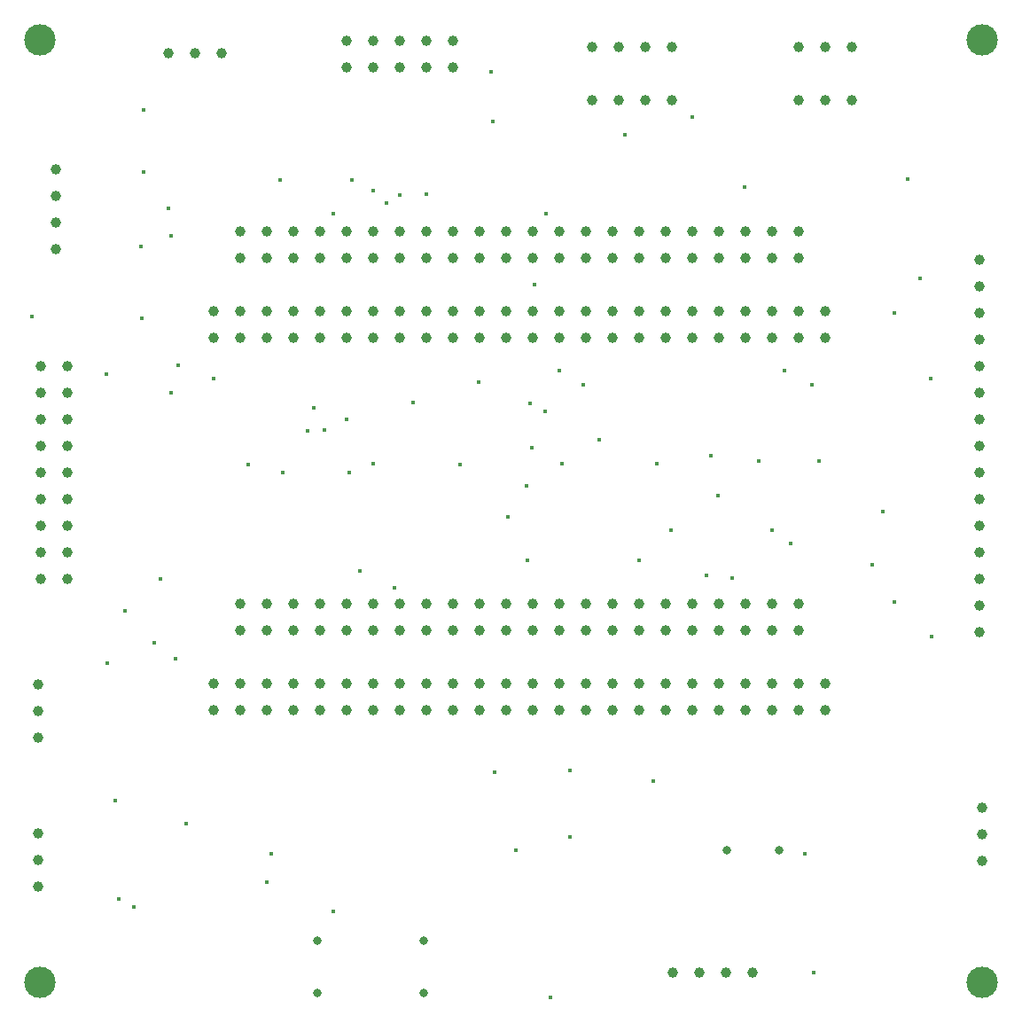
<source format=gbr>
%TF.GenerationSoftware,KiCad,Pcbnew,9.0.0*%
%TF.CreationDate,2025-04-01T14:40:12+08:00*%
%TF.ProjectId,EggClassifier,45676743-6c61-4737-9369-666965722e6b,rev?*%
%TF.SameCoordinates,Original*%
%TF.FileFunction,Plated,1,2,PTH,Drill*%
%TF.FilePolarity,Positive*%
%FSLAX46Y46*%
G04 Gerber Fmt 4.6, Leading zero omitted, Abs format (unit mm)*
G04 Created by KiCad (PCBNEW 9.0.0) date 2025-04-01 14:40:12*
%MOMM*%
%LPD*%
G01*
G04 APERTURE LIST*
%TA.AperFunction,ViaDrill*%
%ADD10C,0.400000*%
%TD*%
%TA.AperFunction,ComponentDrill*%
%ADD11C,0.800000*%
%TD*%
%TA.AperFunction,ComponentDrill*%
%ADD12C,1.000000*%
%TD*%
%TA.AperFunction,ComponentDrill*%
%ADD13C,3.000000*%
%TD*%
G04 APERTURE END LIST*
D10*
X84180500Y-71414900D03*
X91313000Y-76962000D03*
X91440000Y-104521000D03*
X92143900Y-117652000D03*
X92521200Y-127044000D03*
X93091000Y-99568000D03*
X93980600Y-127830000D03*
X94615000Y-64770000D03*
X94742000Y-71628000D03*
X94869000Y-51689000D03*
X94869000Y-57658000D03*
X95885000Y-102616000D03*
X96520000Y-96500000D03*
X97241000Y-61095000D03*
X97536000Y-63754000D03*
X97536000Y-78740000D03*
X97917000Y-104140000D03*
X98171000Y-76073000D03*
X98933000Y-119888000D03*
X101600000Y-77343000D03*
X104902000Y-85598000D03*
X106680000Y-125476000D03*
X107061000Y-122757000D03*
X107950000Y-58420000D03*
X108204000Y-86360000D03*
X110584000Y-82390000D03*
X111125000Y-80137000D03*
X112141000Y-82296000D03*
X113030000Y-61595000D03*
X113030000Y-128270000D03*
X114300000Y-81280000D03*
X114554000Y-86360000D03*
X114808000Y-58401100D03*
X115570000Y-95758000D03*
X116840000Y-59436000D03*
X116840000Y-85471000D03*
X118110000Y-60579000D03*
X118822000Y-97324100D03*
X119385000Y-59804000D03*
X120650000Y-79629000D03*
X121925000Y-59703000D03*
X125095000Y-85598000D03*
X126873000Y-77724000D03*
X128074000Y-48036300D03*
X128270000Y-52832000D03*
X128397000Y-114935000D03*
X129667000Y-90551000D03*
X130457000Y-122400000D03*
X131445000Y-87630000D03*
X131572000Y-94742000D03*
X131826000Y-79743000D03*
X131953000Y-83960000D03*
X132264000Y-68385900D03*
X133223000Y-80505000D03*
X133350000Y-61595000D03*
X133731000Y-136462000D03*
X134620000Y-76581000D03*
X134874000Y-85471000D03*
X135636000Y-114808000D03*
X135636000Y-121158000D03*
X136906000Y-77978000D03*
X138430000Y-83185000D03*
X140843000Y-54102000D03*
X142240000Y-94742000D03*
X143606000Y-115824000D03*
X143891000Y-85471000D03*
X145275000Y-91821000D03*
X147320000Y-52410600D03*
X148684000Y-96139000D03*
X149078000Y-84735000D03*
X149733000Y-88519000D03*
X151130000Y-96393000D03*
X152265365Y-59062635D03*
X153670000Y-85217000D03*
X154940000Y-91821000D03*
X156083000Y-76581000D03*
X156718000Y-93091000D03*
X158075000Y-122757000D03*
X158750000Y-77978000D03*
X158905000Y-134112000D03*
X159385000Y-85217000D03*
X164465000Y-95123000D03*
X165481000Y-90043000D03*
X166624000Y-71120000D03*
X166624000Y-98679000D03*
X167894000Y-58293000D03*
X169060000Y-67778900D03*
X170053000Y-77343000D03*
X170180000Y-101981000D03*
D11*
%TO.C,C4*%
X111506000Y-131036000D03*
X111506000Y-136036000D03*
%TO.C,C3*%
X121666000Y-131036000D03*
X121666000Y-136036000D03*
%TO.C,C1*%
X150622000Y-122400000D03*
X155622000Y-122400000D03*
D12*
%TO.C,J8*%
X84785200Y-106578400D03*
X84785200Y-109118400D03*
X84785200Y-111658400D03*
%TO.C,J11*%
X84785200Y-120802400D03*
X84785200Y-123342400D03*
X84785200Y-125882400D03*
%TO.C,J6*%
X85110000Y-76210000D03*
X85110000Y-78750000D03*
X85110000Y-81290000D03*
X85110000Y-83830000D03*
X85110000Y-86370000D03*
X85110000Y-88910000D03*
X85110000Y-91450000D03*
X85110000Y-93990000D03*
X85110000Y-96530000D03*
%TO.C,J16*%
X86503000Y-57404000D03*
X86503000Y-59944000D03*
X86503000Y-62484000D03*
X86503000Y-65024000D03*
%TO.C,J6*%
X87650000Y-76210000D03*
X87650000Y-78750000D03*
X87650000Y-81290000D03*
X87650000Y-83830000D03*
X87650000Y-86370000D03*
X87650000Y-88910000D03*
X87650000Y-91450000D03*
X87650000Y-93990000D03*
X87650000Y-96530000D03*
%TO.C,J9*%
X97297000Y-46278800D03*
X99837000Y-46278800D03*
%TO.C,J3*%
X101600000Y-70950000D03*
X101600000Y-73490000D03*
%TO.C,J1*%
X101600000Y-106510000D03*
X101600000Y-109050000D03*
%TO.C,J9*%
X102377000Y-46278800D03*
%TO.C,J2*%
X104140000Y-63330000D03*
X104140000Y-65870000D03*
%TO.C,J3*%
X104140000Y-70950000D03*
X104140000Y-73490000D03*
%TO.C,J4*%
X104140000Y-98890000D03*
X104140000Y-101430000D03*
%TO.C,J1*%
X104140000Y-106510000D03*
X104140000Y-109050000D03*
%TO.C,J2*%
X106680000Y-63330000D03*
X106680000Y-65870000D03*
%TO.C,J3*%
X106680000Y-70950000D03*
X106680000Y-73490000D03*
%TO.C,J4*%
X106680000Y-98890000D03*
X106680000Y-101430000D03*
%TO.C,J1*%
X106680000Y-106510000D03*
X106680000Y-109050000D03*
%TO.C,J2*%
X109220000Y-63330000D03*
X109220000Y-65870000D03*
%TO.C,J3*%
X109220000Y-70950000D03*
X109220000Y-73490000D03*
%TO.C,J4*%
X109220000Y-98890000D03*
X109220000Y-101430000D03*
%TO.C,J1*%
X109220000Y-106510000D03*
X109220000Y-109050000D03*
%TO.C,J2*%
X111760000Y-63330000D03*
X111760000Y-65870000D03*
%TO.C,J3*%
X111760000Y-70950000D03*
X111760000Y-73490000D03*
%TO.C,J4*%
X111760000Y-98890000D03*
X111760000Y-101430000D03*
%TO.C,J1*%
X111760000Y-106510000D03*
X111760000Y-109050000D03*
%TO.C,J2*%
X114300000Y-63330000D03*
X114300000Y-65870000D03*
%TO.C,J3*%
X114300000Y-70950000D03*
X114300000Y-73490000D03*
%TO.C,J4*%
X114300000Y-98890000D03*
X114300000Y-101430000D03*
%TO.C,J1*%
X114300000Y-106510000D03*
X114300000Y-109050000D03*
%TO.C,J7*%
X114305000Y-45064600D03*
X114305000Y-47604600D03*
%TO.C,J2*%
X116840000Y-63330000D03*
X116840000Y-65870000D03*
%TO.C,J3*%
X116840000Y-70950000D03*
X116840000Y-73490000D03*
%TO.C,J4*%
X116840000Y-98890000D03*
X116840000Y-101430000D03*
%TO.C,J1*%
X116840000Y-106510000D03*
X116840000Y-109050000D03*
%TO.C,J7*%
X116845000Y-45064600D03*
X116845000Y-47604600D03*
%TO.C,J2*%
X119380000Y-63330000D03*
X119380000Y-65870000D03*
%TO.C,J3*%
X119380000Y-70950000D03*
X119380000Y-73490000D03*
%TO.C,J4*%
X119380000Y-98890000D03*
X119380000Y-101430000D03*
%TO.C,J1*%
X119380000Y-106510000D03*
X119380000Y-109050000D03*
%TO.C,J7*%
X119385000Y-45064600D03*
X119385000Y-47604600D03*
%TO.C,J2*%
X121920000Y-63330000D03*
X121920000Y-65870000D03*
%TO.C,J3*%
X121920000Y-70950000D03*
X121920000Y-73490000D03*
%TO.C,J4*%
X121920000Y-98890000D03*
X121920000Y-101430000D03*
%TO.C,J1*%
X121920000Y-106510000D03*
X121920000Y-109050000D03*
%TO.C,J7*%
X121925000Y-45064600D03*
X121925000Y-47604600D03*
%TO.C,J2*%
X124460000Y-63330000D03*
X124460000Y-65870000D03*
%TO.C,J3*%
X124460000Y-70950000D03*
X124460000Y-73490000D03*
%TO.C,J4*%
X124460000Y-98890000D03*
X124460000Y-101430000D03*
%TO.C,J1*%
X124460000Y-106510000D03*
X124460000Y-109050000D03*
%TO.C,J7*%
X124465000Y-45064600D03*
X124465000Y-47604600D03*
%TO.C,J2*%
X127000000Y-63330000D03*
X127000000Y-65870000D03*
%TO.C,J3*%
X127000000Y-70950000D03*
X127000000Y-73490000D03*
%TO.C,J4*%
X127000000Y-98890000D03*
X127000000Y-101430000D03*
%TO.C,J1*%
X127000000Y-106510000D03*
X127000000Y-109050000D03*
%TO.C,J2*%
X129540000Y-63330000D03*
X129540000Y-65870000D03*
%TO.C,J3*%
X129540000Y-70950000D03*
X129540000Y-73490000D03*
%TO.C,J4*%
X129540000Y-98890000D03*
X129540000Y-101430000D03*
%TO.C,J1*%
X129540000Y-106510000D03*
X129540000Y-109050000D03*
%TO.C,J2*%
X132080000Y-63330000D03*
X132080000Y-65870000D03*
%TO.C,J3*%
X132080000Y-70950000D03*
X132080000Y-73490000D03*
%TO.C,J4*%
X132080000Y-98890000D03*
X132080000Y-101430000D03*
%TO.C,J1*%
X132080000Y-106510000D03*
X132080000Y-109050000D03*
%TO.C,J2*%
X134620000Y-63330000D03*
X134620000Y-65870000D03*
%TO.C,J3*%
X134620000Y-70950000D03*
X134620000Y-73490000D03*
%TO.C,J4*%
X134620000Y-98890000D03*
X134620000Y-101430000D03*
%TO.C,J1*%
X134620000Y-106510000D03*
X134620000Y-109050000D03*
%TO.C,J2*%
X137160000Y-63330000D03*
X137160000Y-65870000D03*
%TO.C,J3*%
X137160000Y-70950000D03*
X137160000Y-73490000D03*
%TO.C,J4*%
X137160000Y-98890000D03*
X137160000Y-101430000D03*
%TO.C,J1*%
X137160000Y-106510000D03*
X137160000Y-109050000D03*
%TO.C,J10*%
X137718800Y-45720000D03*
%TO.C,J12*%
X137728800Y-50800000D03*
%TO.C,J2*%
X139700000Y-63330000D03*
X139700000Y-65870000D03*
%TO.C,J3*%
X139700000Y-70950000D03*
X139700000Y-73490000D03*
%TO.C,J4*%
X139700000Y-98890000D03*
X139700000Y-101430000D03*
%TO.C,J1*%
X139700000Y-106510000D03*
X139700000Y-109050000D03*
%TO.C,J10*%
X140258800Y-45720000D03*
%TO.C,J12*%
X140268800Y-50800000D03*
%TO.C,J2*%
X142240000Y-63330000D03*
X142240000Y-65870000D03*
%TO.C,J3*%
X142240000Y-70950000D03*
X142240000Y-73490000D03*
%TO.C,J4*%
X142240000Y-98890000D03*
X142240000Y-101430000D03*
%TO.C,J1*%
X142240000Y-106510000D03*
X142240000Y-109050000D03*
%TO.C,J10*%
X142798800Y-45720000D03*
%TO.C,J12*%
X142808800Y-50800000D03*
%TO.C,J2*%
X144780000Y-63330000D03*
X144780000Y-65870000D03*
%TO.C,J3*%
X144780000Y-70950000D03*
X144780000Y-73490000D03*
%TO.C,J4*%
X144780000Y-98890000D03*
X144780000Y-101430000D03*
%TO.C,J1*%
X144780000Y-106510000D03*
X144780000Y-109050000D03*
%TO.C,J10*%
X145338800Y-45720000D03*
%TO.C,J12*%
X145348800Y-50800000D03*
%TO.C,J5*%
X145425000Y-134112000D03*
%TO.C,J2*%
X147320000Y-63330000D03*
X147320000Y-65870000D03*
%TO.C,J3*%
X147320000Y-70950000D03*
X147320000Y-73490000D03*
%TO.C,J4*%
X147320000Y-98890000D03*
X147320000Y-101430000D03*
%TO.C,J1*%
X147320000Y-106510000D03*
X147320000Y-109050000D03*
%TO.C,J5*%
X147965000Y-134112000D03*
%TO.C,J2*%
X149860000Y-63330000D03*
X149860000Y-65870000D03*
%TO.C,J3*%
X149860000Y-70950000D03*
X149860000Y-73490000D03*
%TO.C,J4*%
X149860000Y-98890000D03*
X149860000Y-101430000D03*
%TO.C,J1*%
X149860000Y-106510000D03*
X149860000Y-109050000D03*
%TO.C,J5*%
X150505000Y-134112000D03*
%TO.C,J2*%
X152400000Y-63330000D03*
X152400000Y-65870000D03*
%TO.C,J3*%
X152400000Y-70950000D03*
X152400000Y-73490000D03*
%TO.C,J4*%
X152400000Y-98890000D03*
X152400000Y-101430000D03*
%TO.C,J1*%
X152400000Y-106510000D03*
X152400000Y-109050000D03*
%TO.C,J5*%
X153045000Y-134112000D03*
%TO.C,J2*%
X154940000Y-63330000D03*
X154940000Y-65870000D03*
%TO.C,J3*%
X154940000Y-70950000D03*
X154940000Y-73490000D03*
%TO.C,J4*%
X154940000Y-98890000D03*
X154940000Y-101430000D03*
%TO.C,J1*%
X154940000Y-106510000D03*
X154940000Y-109050000D03*
%TO.C,J13*%
X157480000Y-45720000D03*
%TO.C,J15*%
X157480000Y-50800000D03*
%TO.C,J2*%
X157480000Y-63330000D03*
X157480000Y-65870000D03*
%TO.C,J3*%
X157480000Y-70950000D03*
X157480000Y-73490000D03*
%TO.C,J4*%
X157480000Y-98890000D03*
X157480000Y-101430000D03*
%TO.C,J1*%
X157480000Y-106510000D03*
X157480000Y-109050000D03*
%TO.C,J13*%
X160020000Y-45720000D03*
%TO.C,J15*%
X160020000Y-50800000D03*
%TO.C,J3*%
X160020000Y-70950000D03*
X160020000Y-73490000D03*
%TO.C,J1*%
X160020000Y-106510000D03*
X160020000Y-109050000D03*
%TO.C,J13*%
X162560000Y-45720000D03*
%TO.C,J15*%
X162560000Y-50800000D03*
%TO.C,J17*%
X174752000Y-66040000D03*
X174752000Y-68580000D03*
X174752000Y-71120000D03*
X174752000Y-73660000D03*
X174752000Y-76200000D03*
X174752000Y-78740000D03*
X174752000Y-81280000D03*
X174752000Y-83820000D03*
X174752000Y-86360000D03*
X174752000Y-88900000D03*
X174752000Y-91440000D03*
X174752000Y-93980000D03*
X174752000Y-96520000D03*
X174752000Y-99060000D03*
X174752000Y-101600000D03*
%TO.C,J14*%
X175006000Y-118349000D03*
X175006000Y-120889000D03*
X175006000Y-123429000D03*
D13*
%TO.C,H1*%
X85000000Y-45000000D03*
%TO.C,H2*%
X85000000Y-135000000D03*
%TO.C,H4*%
X175000000Y-45000000D03*
%TO.C,H3*%
X175000000Y-135000000D03*
M02*

</source>
